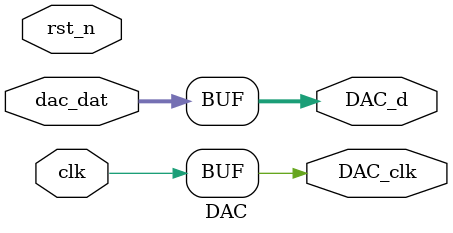
<source format=v>
module DAC(clk,rst_n,dac_dat,DAC_clk,DAC_d);
input clk,rst_n;
input [9:0] dac_dat;
output DAC_clk;
output [9:0]	DAC_d;

assign DAC_d[9:0] = dac_dat;
assign DAC_clk = clk;
endmodule
</source>
